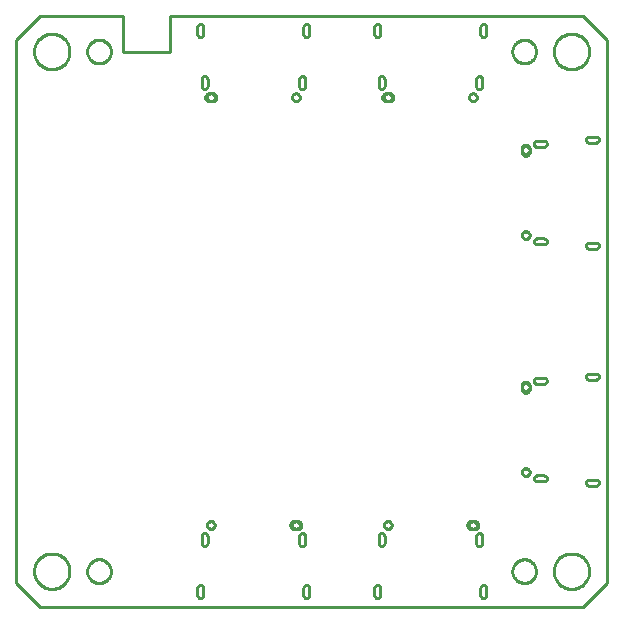
<source format=gbr>
G04 EAGLE Gerber RS-274X export*
G75*
%MOMM*%
%FSLAX34Y34*%
%LPD*%
%IN*%
%IPPOS*%
%AMOC8*
5,1,8,0,0,1.08239X$1,22.5*%
G01*
%ADD10C,0.254000*%


D10*
X0Y20000D02*
X20000Y0D01*
X480000Y0D01*
X500000Y20000D01*
X500000Y480000D01*
X480000Y500000D01*
X130000Y500000D01*
X130000Y470000D01*
X90000Y470000D01*
X90000Y500000D01*
X20000Y500000D01*
X0Y480000D01*
X0Y20000D01*
X243060Y484680D02*
X243070Y484462D01*
X243098Y484246D01*
X243145Y484033D01*
X243211Y483825D01*
X243294Y483623D01*
X243395Y483430D01*
X243512Y483246D01*
X243645Y483073D01*
X243792Y482912D01*
X243953Y482765D01*
X244126Y482632D01*
X244310Y482515D01*
X244503Y482414D01*
X244705Y482331D01*
X244913Y482265D01*
X245126Y482218D01*
X245342Y482190D01*
X245560Y482180D01*
X245778Y482190D01*
X245994Y482218D01*
X246207Y482265D01*
X246415Y482331D01*
X246617Y482414D01*
X246810Y482515D01*
X246994Y482632D01*
X247167Y482765D01*
X247328Y482912D01*
X247475Y483073D01*
X247608Y483246D01*
X247725Y483430D01*
X247826Y483623D01*
X247909Y483825D01*
X247975Y484033D01*
X248022Y484246D01*
X248051Y484462D01*
X248060Y484680D01*
X248060Y490680D01*
X248051Y490898D01*
X248022Y491114D01*
X247975Y491327D01*
X247909Y491535D01*
X247826Y491737D01*
X247725Y491930D01*
X247608Y492114D01*
X247475Y492287D01*
X247328Y492448D01*
X247167Y492595D01*
X246994Y492728D01*
X246810Y492845D01*
X246617Y492946D01*
X246415Y493029D01*
X246207Y493095D01*
X245994Y493142D01*
X245778Y493171D01*
X245560Y493180D01*
X245342Y493171D01*
X245126Y493142D01*
X244913Y493095D01*
X244705Y493029D01*
X244503Y492946D01*
X244310Y492845D01*
X244126Y492728D01*
X243953Y492595D01*
X243792Y492448D01*
X243645Y492287D01*
X243512Y492114D01*
X243395Y491930D01*
X243294Y491737D01*
X243211Y491535D01*
X243145Y491327D01*
X243098Y491114D01*
X243070Y490898D01*
X243060Y490680D01*
X243060Y484680D01*
X153260Y484680D02*
X153270Y484462D01*
X153298Y484246D01*
X153345Y484033D01*
X153411Y483825D01*
X153494Y483623D01*
X153595Y483430D01*
X153712Y483246D01*
X153845Y483073D01*
X153992Y482912D01*
X154153Y482765D01*
X154326Y482632D01*
X154510Y482515D01*
X154703Y482414D01*
X154905Y482331D01*
X155113Y482265D01*
X155326Y482218D01*
X155542Y482190D01*
X155760Y482180D01*
X155978Y482190D01*
X156194Y482218D01*
X156407Y482265D01*
X156615Y482331D01*
X156817Y482414D01*
X157010Y482515D01*
X157194Y482632D01*
X157367Y482765D01*
X157528Y482912D01*
X157675Y483073D01*
X157808Y483246D01*
X157925Y483430D01*
X158026Y483623D01*
X158109Y483825D01*
X158175Y484033D01*
X158222Y484246D01*
X158251Y484462D01*
X158260Y484680D01*
X158260Y490680D01*
X158251Y490898D01*
X158222Y491114D01*
X158175Y491327D01*
X158109Y491535D01*
X158026Y491737D01*
X157925Y491930D01*
X157808Y492114D01*
X157675Y492287D01*
X157528Y492448D01*
X157367Y492595D01*
X157194Y492728D01*
X157010Y492845D01*
X156817Y492946D01*
X156615Y493029D01*
X156407Y493095D01*
X156194Y493142D01*
X155978Y493171D01*
X155760Y493180D01*
X155542Y493171D01*
X155326Y493142D01*
X155113Y493095D01*
X154905Y493029D01*
X154703Y492946D01*
X154510Y492845D01*
X154326Y492728D01*
X154153Y492595D01*
X153992Y492448D01*
X153845Y492287D01*
X153712Y492114D01*
X153595Y491930D01*
X153494Y491737D01*
X153411Y491535D01*
X153345Y491327D01*
X153298Y491114D01*
X153270Y490898D01*
X153260Y490680D01*
X153260Y484680D01*
X239460Y440680D02*
X239470Y440462D01*
X239498Y440246D01*
X239545Y440033D01*
X239611Y439825D01*
X239694Y439623D01*
X239795Y439430D01*
X239912Y439246D01*
X240045Y439073D01*
X240192Y438912D01*
X240353Y438765D01*
X240526Y438632D01*
X240710Y438515D01*
X240903Y438414D01*
X241105Y438331D01*
X241313Y438265D01*
X241526Y438218D01*
X241742Y438190D01*
X241960Y438180D01*
X242178Y438190D01*
X242394Y438218D01*
X242607Y438265D01*
X242815Y438331D01*
X243017Y438414D01*
X243210Y438515D01*
X243394Y438632D01*
X243567Y438765D01*
X243728Y438912D01*
X243875Y439073D01*
X244008Y439246D01*
X244125Y439430D01*
X244226Y439623D01*
X244309Y439825D01*
X244375Y440033D01*
X244422Y440246D01*
X244451Y440462D01*
X244460Y440680D01*
X244460Y446680D01*
X244451Y446898D01*
X244422Y447114D01*
X244375Y447327D01*
X244309Y447535D01*
X244226Y447737D01*
X244125Y447930D01*
X244008Y448114D01*
X243875Y448287D01*
X243728Y448448D01*
X243567Y448595D01*
X243394Y448728D01*
X243210Y448845D01*
X243017Y448946D01*
X242815Y449029D01*
X242607Y449095D01*
X242394Y449142D01*
X242178Y449171D01*
X241960Y449180D01*
X241742Y449171D01*
X241526Y449142D01*
X241313Y449095D01*
X241105Y449029D01*
X240903Y448946D01*
X240710Y448845D01*
X240526Y448728D01*
X240353Y448595D01*
X240192Y448448D01*
X240045Y448287D01*
X239912Y448114D01*
X239795Y447930D01*
X239694Y447737D01*
X239611Y447535D01*
X239545Y447327D01*
X239498Y447114D01*
X239470Y446898D01*
X239460Y446680D01*
X239460Y440680D01*
X156860Y440680D02*
X156870Y440462D01*
X156898Y440246D01*
X156945Y440033D01*
X157011Y439825D01*
X157094Y439623D01*
X157195Y439430D01*
X157312Y439246D01*
X157445Y439073D01*
X157592Y438912D01*
X157753Y438765D01*
X157926Y438632D01*
X158110Y438515D01*
X158303Y438414D01*
X158505Y438331D01*
X158713Y438265D01*
X158926Y438218D01*
X159142Y438190D01*
X159360Y438180D01*
X159578Y438190D01*
X159794Y438218D01*
X160007Y438265D01*
X160215Y438331D01*
X160417Y438414D01*
X160610Y438515D01*
X160794Y438632D01*
X160967Y438765D01*
X161128Y438912D01*
X161275Y439073D01*
X161408Y439246D01*
X161525Y439430D01*
X161626Y439623D01*
X161709Y439825D01*
X161775Y440033D01*
X161822Y440246D01*
X161851Y440462D01*
X161860Y440680D01*
X161860Y446680D01*
X161851Y446898D01*
X161822Y447114D01*
X161775Y447327D01*
X161709Y447535D01*
X161626Y447737D01*
X161525Y447930D01*
X161408Y448114D01*
X161275Y448287D01*
X161128Y448448D01*
X160967Y448595D01*
X160794Y448728D01*
X160610Y448845D01*
X160417Y448946D01*
X160215Y449029D01*
X160007Y449095D01*
X159794Y449142D01*
X159578Y449171D01*
X159360Y449180D01*
X159142Y449171D01*
X158926Y449142D01*
X158713Y449095D01*
X158505Y449029D01*
X158303Y448946D01*
X158110Y448845D01*
X157926Y448728D01*
X157753Y448595D01*
X157592Y448448D01*
X157445Y448287D01*
X157312Y448114D01*
X157195Y447930D01*
X157094Y447737D01*
X157011Y447535D01*
X156945Y447327D01*
X156898Y447114D01*
X156870Y446898D01*
X156860Y446680D01*
X156860Y440680D01*
X159910Y431280D02*
X159922Y430997D01*
X159959Y430716D01*
X160021Y430439D01*
X160106Y430168D01*
X160215Y429907D01*
X160345Y429655D01*
X160498Y429416D01*
X160670Y429191D01*
X160862Y428982D01*
X161071Y428790D01*
X161296Y428618D01*
X161535Y428465D01*
X161787Y428335D01*
X162048Y428226D01*
X162319Y428141D01*
X162596Y428079D01*
X162877Y428042D01*
X163160Y428030D01*
X166160Y428030D01*
X166443Y428042D01*
X166724Y428079D01*
X167001Y428141D01*
X167272Y428226D01*
X167534Y428335D01*
X167785Y428465D01*
X168024Y428618D01*
X168249Y428790D01*
X168458Y428982D01*
X168650Y429191D01*
X168822Y429416D01*
X168975Y429655D01*
X169106Y429907D01*
X169214Y430168D01*
X169299Y430439D01*
X169361Y430716D01*
X169398Y430997D01*
X169410Y431280D01*
X169398Y431563D01*
X169361Y431844D01*
X169299Y432121D01*
X169214Y432392D01*
X169106Y432654D01*
X168975Y432905D01*
X168822Y433144D01*
X168650Y433369D01*
X168458Y433578D01*
X168249Y433770D01*
X168024Y433942D01*
X167785Y434095D01*
X167534Y434226D01*
X167272Y434334D01*
X167001Y434419D01*
X166724Y434481D01*
X166443Y434518D01*
X166160Y434530D01*
X163160Y434530D01*
X162877Y434518D01*
X162596Y434481D01*
X162319Y434419D01*
X162048Y434334D01*
X161787Y434226D01*
X161535Y434095D01*
X161296Y433942D01*
X161071Y433770D01*
X160862Y433578D01*
X160670Y433369D01*
X160498Y433144D01*
X160345Y432905D01*
X160215Y432654D01*
X160106Y432392D01*
X160021Y432121D01*
X159959Y431844D01*
X159922Y431563D01*
X159910Y431280D01*
X303120Y484680D02*
X303130Y484462D01*
X303158Y484246D01*
X303205Y484033D01*
X303271Y483825D01*
X303354Y483623D01*
X303455Y483430D01*
X303572Y483246D01*
X303705Y483073D01*
X303852Y482912D01*
X304013Y482765D01*
X304186Y482632D01*
X304370Y482515D01*
X304563Y482414D01*
X304765Y482331D01*
X304973Y482265D01*
X305186Y482218D01*
X305402Y482190D01*
X305620Y482180D01*
X305838Y482190D01*
X306054Y482218D01*
X306267Y482265D01*
X306475Y482331D01*
X306677Y482414D01*
X306870Y482515D01*
X307054Y482632D01*
X307227Y482765D01*
X307388Y482912D01*
X307535Y483073D01*
X307668Y483246D01*
X307785Y483430D01*
X307886Y483623D01*
X307969Y483825D01*
X308035Y484033D01*
X308082Y484246D01*
X308111Y484462D01*
X308120Y484680D01*
X308120Y490680D01*
X308111Y490898D01*
X308082Y491114D01*
X308035Y491327D01*
X307969Y491535D01*
X307886Y491737D01*
X307785Y491930D01*
X307668Y492114D01*
X307535Y492287D01*
X307388Y492448D01*
X307227Y492595D01*
X307054Y492728D01*
X306870Y492845D01*
X306677Y492946D01*
X306475Y493029D01*
X306267Y493095D01*
X306054Y493142D01*
X305838Y493171D01*
X305620Y493180D01*
X305402Y493171D01*
X305186Y493142D01*
X304973Y493095D01*
X304765Y493029D01*
X304563Y492946D01*
X304370Y492845D01*
X304186Y492728D01*
X304013Y492595D01*
X303852Y492448D01*
X303705Y492287D01*
X303572Y492114D01*
X303455Y491930D01*
X303354Y491737D01*
X303271Y491535D01*
X303205Y491327D01*
X303158Y491114D01*
X303130Y490898D01*
X303120Y490680D01*
X303120Y484680D01*
X306720Y440680D02*
X306730Y440462D01*
X306758Y440246D01*
X306805Y440033D01*
X306871Y439825D01*
X306954Y439623D01*
X307055Y439430D01*
X307172Y439246D01*
X307305Y439073D01*
X307452Y438912D01*
X307613Y438765D01*
X307786Y438632D01*
X307970Y438515D01*
X308163Y438414D01*
X308365Y438331D01*
X308573Y438265D01*
X308786Y438218D01*
X309002Y438190D01*
X309220Y438180D01*
X309438Y438190D01*
X309654Y438218D01*
X309867Y438265D01*
X310075Y438331D01*
X310277Y438414D01*
X310470Y438515D01*
X310654Y438632D01*
X310827Y438765D01*
X310988Y438912D01*
X311135Y439073D01*
X311268Y439246D01*
X311385Y439430D01*
X311486Y439623D01*
X311569Y439825D01*
X311635Y440033D01*
X311682Y440246D01*
X311711Y440462D01*
X311720Y440680D01*
X311720Y446680D01*
X311711Y446898D01*
X311682Y447114D01*
X311635Y447327D01*
X311569Y447535D01*
X311486Y447737D01*
X311385Y447930D01*
X311268Y448114D01*
X311135Y448287D01*
X310988Y448448D01*
X310827Y448595D01*
X310654Y448728D01*
X310470Y448845D01*
X310277Y448946D01*
X310075Y449029D01*
X309867Y449095D01*
X309654Y449142D01*
X309438Y449171D01*
X309220Y449180D01*
X309002Y449171D01*
X308786Y449142D01*
X308573Y449095D01*
X308365Y449029D01*
X308163Y448946D01*
X307970Y448845D01*
X307786Y448728D01*
X307613Y448595D01*
X307452Y448448D01*
X307305Y448287D01*
X307172Y448114D01*
X307055Y447930D01*
X306954Y447737D01*
X306871Y447535D01*
X306805Y447327D01*
X306758Y447114D01*
X306730Y446898D01*
X306720Y446680D01*
X306720Y440680D01*
X482180Y305620D02*
X482190Y305402D01*
X482218Y305186D01*
X482265Y304973D01*
X482331Y304765D01*
X482414Y304563D01*
X482515Y304370D01*
X482632Y304186D01*
X482765Y304013D01*
X482912Y303852D01*
X483073Y303705D01*
X483246Y303572D01*
X483430Y303455D01*
X483623Y303354D01*
X483825Y303271D01*
X484033Y303205D01*
X484246Y303158D01*
X484462Y303130D01*
X484680Y303120D01*
X490680Y303120D01*
X490898Y303130D01*
X491114Y303158D01*
X491327Y303205D01*
X491535Y303271D01*
X491737Y303354D01*
X491930Y303455D01*
X492114Y303572D01*
X492287Y303705D01*
X492448Y303852D01*
X492595Y304013D01*
X492728Y304186D01*
X492845Y304370D01*
X492946Y304563D01*
X493029Y304765D01*
X493095Y304973D01*
X493142Y305186D01*
X493171Y305402D01*
X493180Y305620D01*
X493171Y305838D01*
X493142Y306054D01*
X493095Y306267D01*
X493029Y306475D01*
X492946Y306677D01*
X492845Y306870D01*
X492728Y307054D01*
X492595Y307227D01*
X492448Y307388D01*
X492287Y307535D01*
X492114Y307668D01*
X491930Y307785D01*
X491737Y307886D01*
X491535Y307969D01*
X491327Y308035D01*
X491114Y308082D01*
X490898Y308111D01*
X490680Y308120D01*
X484680Y308120D01*
X484462Y308111D01*
X484246Y308082D01*
X484033Y308035D01*
X483825Y307969D01*
X483623Y307886D01*
X483430Y307785D01*
X483246Y307668D01*
X483073Y307535D01*
X482912Y307388D01*
X482765Y307227D01*
X482632Y307054D01*
X482515Y306870D01*
X482414Y306677D01*
X482331Y306475D01*
X482265Y306267D01*
X482218Y306054D01*
X482190Y305838D01*
X482180Y305620D01*
X482180Y395420D02*
X482190Y395202D01*
X482218Y394986D01*
X482265Y394773D01*
X482331Y394565D01*
X482414Y394363D01*
X482515Y394170D01*
X482632Y393986D01*
X482765Y393813D01*
X482912Y393652D01*
X483073Y393505D01*
X483246Y393372D01*
X483430Y393255D01*
X483623Y393154D01*
X483825Y393071D01*
X484033Y393005D01*
X484246Y392958D01*
X484462Y392930D01*
X484680Y392920D01*
X490680Y392920D01*
X490898Y392930D01*
X491114Y392958D01*
X491327Y393005D01*
X491535Y393071D01*
X491737Y393154D01*
X491930Y393255D01*
X492114Y393372D01*
X492287Y393505D01*
X492448Y393652D01*
X492595Y393813D01*
X492728Y393986D01*
X492845Y394170D01*
X492946Y394363D01*
X493029Y394565D01*
X493095Y394773D01*
X493142Y394986D01*
X493171Y395202D01*
X493180Y395420D01*
X493171Y395638D01*
X493142Y395854D01*
X493095Y396067D01*
X493029Y396275D01*
X492946Y396477D01*
X492845Y396670D01*
X492728Y396854D01*
X492595Y397027D01*
X492448Y397188D01*
X492287Y397335D01*
X492114Y397468D01*
X491930Y397585D01*
X491737Y397686D01*
X491535Y397769D01*
X491327Y397835D01*
X491114Y397882D01*
X490898Y397911D01*
X490680Y397920D01*
X484680Y397920D01*
X484462Y397911D01*
X484246Y397882D01*
X484033Y397835D01*
X483825Y397769D01*
X483623Y397686D01*
X483430Y397585D01*
X483246Y397468D01*
X483073Y397335D01*
X482912Y397188D01*
X482765Y397027D01*
X482632Y396854D01*
X482515Y396670D01*
X482414Y396477D01*
X482331Y396275D01*
X482265Y396067D01*
X482218Y395854D01*
X482190Y395638D01*
X482180Y395420D01*
X438180Y309220D02*
X438190Y309002D01*
X438218Y308786D01*
X438265Y308573D01*
X438331Y308365D01*
X438414Y308163D01*
X438515Y307970D01*
X438632Y307786D01*
X438765Y307613D01*
X438912Y307452D01*
X439073Y307305D01*
X439246Y307172D01*
X439430Y307055D01*
X439623Y306954D01*
X439825Y306871D01*
X440033Y306805D01*
X440246Y306758D01*
X440462Y306730D01*
X440680Y306720D01*
X446680Y306720D01*
X446898Y306730D01*
X447114Y306758D01*
X447327Y306805D01*
X447535Y306871D01*
X447737Y306954D01*
X447930Y307055D01*
X448114Y307172D01*
X448287Y307305D01*
X448448Y307452D01*
X448595Y307613D01*
X448728Y307786D01*
X448845Y307970D01*
X448946Y308163D01*
X449029Y308365D01*
X449095Y308573D01*
X449142Y308786D01*
X449171Y309002D01*
X449180Y309220D01*
X449171Y309438D01*
X449142Y309654D01*
X449095Y309867D01*
X449029Y310075D01*
X448946Y310277D01*
X448845Y310470D01*
X448728Y310654D01*
X448595Y310827D01*
X448448Y310988D01*
X448287Y311135D01*
X448114Y311268D01*
X447930Y311385D01*
X447737Y311486D01*
X447535Y311569D01*
X447327Y311635D01*
X447114Y311682D01*
X446898Y311711D01*
X446680Y311720D01*
X440680Y311720D01*
X440462Y311711D01*
X440246Y311682D01*
X440033Y311635D01*
X439825Y311569D01*
X439623Y311486D01*
X439430Y311385D01*
X439246Y311268D01*
X439073Y311135D01*
X438912Y310988D01*
X438765Y310827D01*
X438632Y310654D01*
X438515Y310470D01*
X438414Y310277D01*
X438331Y310075D01*
X438265Y309867D01*
X438218Y309654D01*
X438190Y309438D01*
X438180Y309220D01*
X438180Y391820D02*
X438190Y391602D01*
X438218Y391386D01*
X438265Y391173D01*
X438331Y390965D01*
X438414Y390763D01*
X438515Y390570D01*
X438632Y390386D01*
X438765Y390213D01*
X438912Y390052D01*
X439073Y389905D01*
X439246Y389772D01*
X439430Y389655D01*
X439623Y389554D01*
X439825Y389471D01*
X440033Y389405D01*
X440246Y389358D01*
X440462Y389330D01*
X440680Y389320D01*
X446680Y389320D01*
X446898Y389330D01*
X447114Y389358D01*
X447327Y389405D01*
X447535Y389471D01*
X447737Y389554D01*
X447930Y389655D01*
X448114Y389772D01*
X448287Y389905D01*
X448448Y390052D01*
X448595Y390213D01*
X448728Y390386D01*
X448845Y390570D01*
X448946Y390763D01*
X449029Y390965D01*
X449095Y391173D01*
X449142Y391386D01*
X449171Y391602D01*
X449180Y391820D01*
X449171Y392038D01*
X449142Y392254D01*
X449095Y392467D01*
X449029Y392675D01*
X448946Y392877D01*
X448845Y393070D01*
X448728Y393254D01*
X448595Y393427D01*
X448448Y393588D01*
X448287Y393735D01*
X448114Y393868D01*
X447930Y393985D01*
X447737Y394086D01*
X447535Y394169D01*
X447327Y394235D01*
X447114Y394282D01*
X446898Y394311D01*
X446680Y394320D01*
X440680Y394320D01*
X440462Y394311D01*
X440246Y394282D01*
X440033Y394235D01*
X439825Y394169D01*
X439623Y394086D01*
X439430Y393985D01*
X439246Y393868D01*
X439073Y393735D01*
X438912Y393588D01*
X438765Y393427D01*
X438632Y393254D01*
X438515Y393070D01*
X438414Y392877D01*
X438331Y392675D01*
X438265Y392467D01*
X438218Y392254D01*
X438190Y392038D01*
X438180Y391820D01*
X428030Y385020D02*
X428042Y384737D01*
X428079Y384456D01*
X428141Y384179D01*
X428226Y383908D01*
X428335Y383647D01*
X428465Y383395D01*
X428618Y383156D01*
X428790Y382931D01*
X428982Y382722D01*
X429191Y382530D01*
X429416Y382358D01*
X429655Y382205D01*
X429907Y382075D01*
X430168Y381966D01*
X430439Y381881D01*
X430716Y381819D01*
X430997Y381782D01*
X431280Y381770D01*
X431563Y381782D01*
X431844Y381819D01*
X432121Y381881D01*
X432392Y381966D01*
X432654Y382075D01*
X432905Y382205D01*
X433144Y382358D01*
X433369Y382530D01*
X433578Y382722D01*
X433770Y382931D01*
X433942Y383156D01*
X434095Y383395D01*
X434226Y383647D01*
X434334Y383908D01*
X434419Y384179D01*
X434481Y384456D01*
X434518Y384737D01*
X434530Y385020D01*
X434530Y388020D01*
X434518Y388303D01*
X434481Y388584D01*
X434419Y388861D01*
X434334Y389132D01*
X434226Y389394D01*
X434095Y389645D01*
X433942Y389884D01*
X433770Y390109D01*
X433578Y390318D01*
X433369Y390510D01*
X433144Y390682D01*
X432905Y390835D01*
X432654Y390966D01*
X432392Y391074D01*
X432121Y391159D01*
X431844Y391221D01*
X431563Y391258D01*
X431280Y391270D01*
X430997Y391258D01*
X430716Y391221D01*
X430439Y391159D01*
X430168Y391074D01*
X429907Y390966D01*
X429655Y390835D01*
X429416Y390682D01*
X429191Y390510D01*
X428982Y390318D01*
X428790Y390109D01*
X428618Y389884D01*
X428465Y389645D01*
X428335Y389394D01*
X428226Y389132D01*
X428141Y388861D01*
X428079Y388584D01*
X428042Y388303D01*
X428030Y388020D01*
X428030Y385020D01*
X482180Y104960D02*
X482190Y104742D01*
X482218Y104526D01*
X482265Y104313D01*
X482331Y104105D01*
X482414Y103903D01*
X482515Y103710D01*
X482632Y103526D01*
X482765Y103353D01*
X482912Y103192D01*
X483073Y103045D01*
X483246Y102912D01*
X483430Y102795D01*
X483623Y102694D01*
X483825Y102611D01*
X484033Y102545D01*
X484246Y102498D01*
X484462Y102470D01*
X484680Y102460D01*
X490680Y102460D01*
X490898Y102470D01*
X491114Y102498D01*
X491327Y102545D01*
X491535Y102611D01*
X491737Y102694D01*
X491930Y102795D01*
X492114Y102912D01*
X492287Y103045D01*
X492448Y103192D01*
X492595Y103353D01*
X492728Y103526D01*
X492845Y103710D01*
X492946Y103903D01*
X493029Y104105D01*
X493095Y104313D01*
X493142Y104526D01*
X493171Y104742D01*
X493180Y104960D01*
X493171Y105178D01*
X493142Y105394D01*
X493095Y105607D01*
X493029Y105815D01*
X492946Y106017D01*
X492845Y106210D01*
X492728Y106394D01*
X492595Y106567D01*
X492448Y106728D01*
X492287Y106875D01*
X492114Y107008D01*
X491930Y107125D01*
X491737Y107226D01*
X491535Y107309D01*
X491327Y107375D01*
X491114Y107422D01*
X490898Y107451D01*
X490680Y107460D01*
X484680Y107460D01*
X484462Y107451D01*
X484246Y107422D01*
X484033Y107375D01*
X483825Y107309D01*
X483623Y107226D01*
X483430Y107125D01*
X483246Y107008D01*
X483073Y106875D01*
X482912Y106728D01*
X482765Y106567D01*
X482632Y106394D01*
X482515Y106210D01*
X482414Y106017D01*
X482331Y105815D01*
X482265Y105607D01*
X482218Y105394D01*
X482190Y105178D01*
X482180Y104960D01*
X482180Y194760D02*
X482190Y194542D01*
X482218Y194326D01*
X482265Y194113D01*
X482331Y193905D01*
X482414Y193703D01*
X482515Y193510D01*
X482632Y193326D01*
X482765Y193153D01*
X482912Y192992D01*
X483073Y192845D01*
X483246Y192712D01*
X483430Y192595D01*
X483623Y192494D01*
X483825Y192411D01*
X484033Y192345D01*
X484246Y192298D01*
X484462Y192270D01*
X484680Y192260D01*
X490680Y192260D01*
X490898Y192270D01*
X491114Y192298D01*
X491327Y192345D01*
X491535Y192411D01*
X491737Y192494D01*
X491930Y192595D01*
X492114Y192712D01*
X492287Y192845D01*
X492448Y192992D01*
X492595Y193153D01*
X492728Y193326D01*
X492845Y193510D01*
X492946Y193703D01*
X493029Y193905D01*
X493095Y194113D01*
X493142Y194326D01*
X493171Y194542D01*
X493180Y194760D01*
X493171Y194978D01*
X493142Y195194D01*
X493095Y195407D01*
X493029Y195615D01*
X492946Y195817D01*
X492845Y196010D01*
X492728Y196194D01*
X492595Y196367D01*
X492448Y196528D01*
X492287Y196675D01*
X492114Y196808D01*
X491930Y196925D01*
X491737Y197026D01*
X491535Y197109D01*
X491327Y197175D01*
X491114Y197222D01*
X490898Y197251D01*
X490680Y197260D01*
X484680Y197260D01*
X484462Y197251D01*
X484246Y197222D01*
X484033Y197175D01*
X483825Y197109D01*
X483623Y197026D01*
X483430Y196925D01*
X483246Y196808D01*
X483073Y196675D01*
X482912Y196528D01*
X482765Y196367D01*
X482632Y196194D01*
X482515Y196010D01*
X482414Y195817D01*
X482331Y195615D01*
X482265Y195407D01*
X482218Y195194D01*
X482190Y194978D01*
X482180Y194760D01*
X438180Y108560D02*
X438190Y108342D01*
X438218Y108126D01*
X438265Y107913D01*
X438331Y107705D01*
X438414Y107503D01*
X438515Y107310D01*
X438632Y107126D01*
X438765Y106953D01*
X438912Y106792D01*
X439073Y106645D01*
X439246Y106512D01*
X439430Y106395D01*
X439623Y106294D01*
X439825Y106211D01*
X440033Y106145D01*
X440246Y106098D01*
X440462Y106070D01*
X440680Y106060D01*
X446680Y106060D01*
X446898Y106070D01*
X447114Y106098D01*
X447327Y106145D01*
X447535Y106211D01*
X447737Y106294D01*
X447930Y106395D01*
X448114Y106512D01*
X448287Y106645D01*
X448448Y106792D01*
X448595Y106953D01*
X448728Y107126D01*
X448845Y107310D01*
X448946Y107503D01*
X449029Y107705D01*
X449095Y107913D01*
X449142Y108126D01*
X449171Y108342D01*
X449180Y108560D01*
X449171Y108778D01*
X449142Y108994D01*
X449095Y109207D01*
X449029Y109415D01*
X448946Y109617D01*
X448845Y109810D01*
X448728Y109994D01*
X448595Y110167D01*
X448448Y110328D01*
X448287Y110475D01*
X448114Y110608D01*
X447930Y110725D01*
X447737Y110826D01*
X447535Y110909D01*
X447327Y110975D01*
X447114Y111022D01*
X446898Y111051D01*
X446680Y111060D01*
X440680Y111060D01*
X440462Y111051D01*
X440246Y111022D01*
X440033Y110975D01*
X439825Y110909D01*
X439623Y110826D01*
X439430Y110725D01*
X439246Y110608D01*
X439073Y110475D01*
X438912Y110328D01*
X438765Y110167D01*
X438632Y109994D01*
X438515Y109810D01*
X438414Y109617D01*
X438331Y109415D01*
X438265Y109207D01*
X438218Y108994D01*
X438190Y108778D01*
X438180Y108560D01*
X438180Y191160D02*
X438190Y190942D01*
X438218Y190726D01*
X438265Y190513D01*
X438331Y190305D01*
X438414Y190103D01*
X438515Y189910D01*
X438632Y189726D01*
X438765Y189553D01*
X438912Y189392D01*
X439073Y189245D01*
X439246Y189112D01*
X439430Y188995D01*
X439623Y188894D01*
X439825Y188811D01*
X440033Y188745D01*
X440246Y188698D01*
X440462Y188670D01*
X440680Y188660D01*
X446680Y188660D01*
X446898Y188670D01*
X447114Y188698D01*
X447327Y188745D01*
X447535Y188811D01*
X447737Y188894D01*
X447930Y188995D01*
X448114Y189112D01*
X448287Y189245D01*
X448448Y189392D01*
X448595Y189553D01*
X448728Y189726D01*
X448845Y189910D01*
X448946Y190103D01*
X449029Y190305D01*
X449095Y190513D01*
X449142Y190726D01*
X449171Y190942D01*
X449180Y191160D01*
X449171Y191378D01*
X449142Y191594D01*
X449095Y191807D01*
X449029Y192015D01*
X448946Y192217D01*
X448845Y192410D01*
X448728Y192594D01*
X448595Y192767D01*
X448448Y192928D01*
X448287Y193075D01*
X448114Y193208D01*
X447930Y193325D01*
X447737Y193426D01*
X447535Y193509D01*
X447327Y193575D01*
X447114Y193622D01*
X446898Y193651D01*
X446680Y193660D01*
X440680Y193660D01*
X440462Y193651D01*
X440246Y193622D01*
X440033Y193575D01*
X439825Y193509D01*
X439623Y193426D01*
X439430Y193325D01*
X439246Y193208D01*
X439073Y193075D01*
X438912Y192928D01*
X438765Y192767D01*
X438632Y192594D01*
X438515Y192410D01*
X438414Y192217D01*
X438331Y192015D01*
X438265Y191807D01*
X438218Y191594D01*
X438190Y191378D01*
X438180Y191160D01*
X239460Y53700D02*
X239470Y53482D01*
X239498Y53266D01*
X239545Y53053D01*
X239611Y52845D01*
X239694Y52643D01*
X239795Y52450D01*
X239912Y52266D01*
X240045Y52093D01*
X240192Y51932D01*
X240353Y51785D01*
X240526Y51652D01*
X240710Y51535D01*
X240903Y51434D01*
X241105Y51351D01*
X241313Y51285D01*
X241526Y51238D01*
X241742Y51210D01*
X241960Y51200D01*
X242178Y51210D01*
X242394Y51238D01*
X242607Y51285D01*
X242815Y51351D01*
X243017Y51434D01*
X243210Y51535D01*
X243394Y51652D01*
X243567Y51785D01*
X243728Y51932D01*
X243875Y52093D01*
X244008Y52266D01*
X244125Y52450D01*
X244226Y52643D01*
X244309Y52845D01*
X244375Y53053D01*
X244422Y53266D01*
X244451Y53482D01*
X244460Y53700D01*
X244460Y59700D01*
X244451Y59918D01*
X244422Y60134D01*
X244375Y60347D01*
X244309Y60555D01*
X244226Y60757D01*
X244125Y60950D01*
X244008Y61134D01*
X243875Y61307D01*
X243728Y61468D01*
X243567Y61615D01*
X243394Y61748D01*
X243210Y61865D01*
X243017Y61966D01*
X242815Y62049D01*
X242607Y62115D01*
X242394Y62162D01*
X242178Y62191D01*
X241960Y62200D01*
X241742Y62191D01*
X241526Y62162D01*
X241313Y62115D01*
X241105Y62049D01*
X240903Y61966D01*
X240710Y61865D01*
X240526Y61748D01*
X240353Y61615D01*
X240192Y61468D01*
X240045Y61307D01*
X239912Y61134D01*
X239795Y60950D01*
X239694Y60757D01*
X239611Y60555D01*
X239545Y60347D01*
X239498Y60134D01*
X239470Y59918D01*
X239460Y59700D01*
X239460Y53700D01*
X231910Y69100D02*
X231922Y68817D01*
X231959Y68536D01*
X232021Y68259D01*
X232106Y67988D01*
X232215Y67727D01*
X232345Y67475D01*
X232498Y67236D01*
X232670Y67011D01*
X232862Y66802D01*
X233071Y66610D01*
X233296Y66438D01*
X233535Y66285D01*
X233787Y66155D01*
X234048Y66046D01*
X234319Y65961D01*
X234596Y65899D01*
X234877Y65862D01*
X235160Y65850D01*
X238160Y65850D01*
X238443Y65862D01*
X238724Y65899D01*
X239001Y65961D01*
X239272Y66046D01*
X239534Y66155D01*
X239785Y66285D01*
X240024Y66438D01*
X240249Y66610D01*
X240458Y66802D01*
X240650Y67011D01*
X240822Y67236D01*
X240975Y67475D01*
X241106Y67727D01*
X241214Y67988D01*
X241299Y68259D01*
X241361Y68536D01*
X241398Y68817D01*
X241410Y69100D01*
X241398Y69383D01*
X241361Y69664D01*
X241299Y69941D01*
X241214Y70212D01*
X241106Y70474D01*
X240975Y70725D01*
X240822Y70964D01*
X240650Y71189D01*
X240458Y71398D01*
X240249Y71590D01*
X240024Y71762D01*
X239785Y71915D01*
X239534Y72046D01*
X239272Y72154D01*
X239001Y72239D01*
X238724Y72301D01*
X238443Y72338D01*
X238160Y72350D01*
X235160Y72350D01*
X234877Y72338D01*
X234596Y72301D01*
X234319Y72239D01*
X234048Y72154D01*
X233787Y72046D01*
X233535Y71915D01*
X233296Y71762D01*
X233071Y71590D01*
X232862Y71398D01*
X232670Y71189D01*
X232498Y70964D01*
X232345Y70725D01*
X232215Y70474D01*
X232106Y70212D01*
X232021Y69941D01*
X231959Y69664D01*
X231922Y69383D01*
X231910Y69100D01*
X156860Y53700D02*
X156870Y53482D01*
X156898Y53266D01*
X156945Y53053D01*
X157011Y52845D01*
X157094Y52643D01*
X157195Y52450D01*
X157312Y52266D01*
X157445Y52093D01*
X157592Y51932D01*
X157753Y51785D01*
X157926Y51652D01*
X158110Y51535D01*
X158303Y51434D01*
X158505Y51351D01*
X158713Y51285D01*
X158926Y51238D01*
X159142Y51210D01*
X159360Y51200D01*
X159578Y51210D01*
X159794Y51238D01*
X160007Y51285D01*
X160215Y51351D01*
X160417Y51434D01*
X160610Y51535D01*
X160794Y51652D01*
X160967Y51785D01*
X161128Y51932D01*
X161275Y52093D01*
X161408Y52266D01*
X161525Y52450D01*
X161626Y52643D01*
X161709Y52845D01*
X161775Y53053D01*
X161822Y53266D01*
X161851Y53482D01*
X161860Y53700D01*
X161860Y59700D01*
X161851Y59918D01*
X161822Y60134D01*
X161775Y60347D01*
X161709Y60555D01*
X161626Y60757D01*
X161525Y60950D01*
X161408Y61134D01*
X161275Y61307D01*
X161128Y61468D01*
X160967Y61615D01*
X160794Y61748D01*
X160610Y61865D01*
X160417Y61966D01*
X160215Y62049D01*
X160007Y62115D01*
X159794Y62162D01*
X159578Y62191D01*
X159360Y62200D01*
X159142Y62191D01*
X158926Y62162D01*
X158713Y62115D01*
X158505Y62049D01*
X158303Y61966D01*
X158110Y61865D01*
X157926Y61748D01*
X157753Y61615D01*
X157592Y61468D01*
X157445Y61307D01*
X157312Y61134D01*
X157195Y60950D01*
X157094Y60757D01*
X157011Y60555D01*
X156945Y60347D01*
X156898Y60134D01*
X156870Y59918D01*
X156860Y59700D01*
X156860Y53700D01*
X243060Y9700D02*
X243070Y9482D01*
X243098Y9266D01*
X243145Y9053D01*
X243211Y8845D01*
X243294Y8643D01*
X243395Y8450D01*
X243512Y8266D01*
X243645Y8093D01*
X243792Y7932D01*
X243953Y7785D01*
X244126Y7652D01*
X244310Y7535D01*
X244503Y7434D01*
X244705Y7351D01*
X244913Y7285D01*
X245126Y7238D01*
X245342Y7210D01*
X245560Y7200D01*
X245778Y7210D01*
X245994Y7238D01*
X246207Y7285D01*
X246415Y7351D01*
X246617Y7434D01*
X246810Y7535D01*
X246994Y7652D01*
X247167Y7785D01*
X247328Y7932D01*
X247475Y8093D01*
X247608Y8266D01*
X247725Y8450D01*
X247826Y8643D01*
X247909Y8845D01*
X247975Y9053D01*
X248022Y9266D01*
X248051Y9482D01*
X248060Y9700D01*
X248060Y15700D01*
X248051Y15918D01*
X248022Y16134D01*
X247975Y16347D01*
X247909Y16555D01*
X247826Y16757D01*
X247725Y16950D01*
X247608Y17134D01*
X247475Y17307D01*
X247328Y17468D01*
X247167Y17615D01*
X246994Y17748D01*
X246810Y17865D01*
X246617Y17966D01*
X246415Y18049D01*
X246207Y18115D01*
X245994Y18162D01*
X245778Y18191D01*
X245560Y18200D01*
X245342Y18191D01*
X245126Y18162D01*
X244913Y18115D01*
X244705Y18049D01*
X244503Y17966D01*
X244310Y17865D01*
X244126Y17748D01*
X243953Y17615D01*
X243792Y17468D01*
X243645Y17307D01*
X243512Y17134D01*
X243395Y16950D01*
X243294Y16757D01*
X243211Y16555D01*
X243145Y16347D01*
X243098Y16134D01*
X243070Y15918D01*
X243060Y15700D01*
X243060Y9700D01*
X153260Y9700D02*
X153270Y9482D01*
X153298Y9266D01*
X153345Y9053D01*
X153411Y8845D01*
X153494Y8643D01*
X153595Y8450D01*
X153712Y8266D01*
X153845Y8093D01*
X153992Y7932D01*
X154153Y7785D01*
X154326Y7652D01*
X154510Y7535D01*
X154703Y7434D01*
X154905Y7351D01*
X155113Y7285D01*
X155326Y7238D01*
X155542Y7210D01*
X155760Y7200D01*
X155978Y7210D01*
X156194Y7238D01*
X156407Y7285D01*
X156615Y7351D01*
X156817Y7434D01*
X157010Y7535D01*
X157194Y7652D01*
X157367Y7785D01*
X157528Y7932D01*
X157675Y8093D01*
X157808Y8266D01*
X157925Y8450D01*
X158026Y8643D01*
X158109Y8845D01*
X158175Y9053D01*
X158222Y9266D01*
X158251Y9482D01*
X158260Y9700D01*
X158260Y15700D01*
X158251Y15918D01*
X158222Y16134D01*
X158175Y16347D01*
X158109Y16555D01*
X158026Y16757D01*
X157925Y16950D01*
X157808Y17134D01*
X157675Y17307D01*
X157528Y17468D01*
X157367Y17615D01*
X157194Y17748D01*
X157010Y17865D01*
X156817Y17966D01*
X156615Y18049D01*
X156407Y18115D01*
X156194Y18162D01*
X155978Y18191D01*
X155760Y18200D01*
X155542Y18191D01*
X155326Y18162D01*
X155113Y18115D01*
X154905Y18049D01*
X154703Y17966D01*
X154510Y17865D01*
X154326Y17748D01*
X154153Y17615D01*
X153992Y17468D01*
X153845Y17307D01*
X153712Y17134D01*
X153595Y16950D01*
X153494Y16757D01*
X153411Y16555D01*
X153345Y16347D01*
X153298Y16134D01*
X153270Y15918D01*
X153260Y15700D01*
X153260Y9700D01*
X389320Y53700D02*
X389330Y53482D01*
X389358Y53266D01*
X389405Y53053D01*
X389471Y52845D01*
X389554Y52643D01*
X389655Y52450D01*
X389772Y52266D01*
X389905Y52093D01*
X390052Y51932D01*
X390213Y51785D01*
X390386Y51652D01*
X390570Y51535D01*
X390763Y51434D01*
X390965Y51351D01*
X391173Y51285D01*
X391386Y51238D01*
X391602Y51210D01*
X391820Y51200D01*
X392038Y51210D01*
X392254Y51238D01*
X392467Y51285D01*
X392675Y51351D01*
X392877Y51434D01*
X393070Y51535D01*
X393254Y51652D01*
X393427Y51785D01*
X393588Y51932D01*
X393735Y52093D01*
X393868Y52266D01*
X393985Y52450D01*
X394086Y52643D01*
X394169Y52845D01*
X394235Y53053D01*
X394282Y53266D01*
X394311Y53482D01*
X394320Y53700D01*
X394320Y59700D01*
X394311Y59918D01*
X394282Y60134D01*
X394235Y60347D01*
X394169Y60555D01*
X394086Y60757D01*
X393985Y60950D01*
X393868Y61134D01*
X393735Y61307D01*
X393588Y61468D01*
X393427Y61615D01*
X393254Y61748D01*
X393070Y61865D01*
X392877Y61966D01*
X392675Y62049D01*
X392467Y62115D01*
X392254Y62162D01*
X392038Y62191D01*
X391820Y62200D01*
X391602Y62191D01*
X391386Y62162D01*
X391173Y62115D01*
X390965Y62049D01*
X390763Y61966D01*
X390570Y61865D01*
X390386Y61748D01*
X390213Y61615D01*
X390052Y61468D01*
X389905Y61307D01*
X389772Y61134D01*
X389655Y60950D01*
X389554Y60757D01*
X389471Y60555D01*
X389405Y60347D01*
X389358Y60134D01*
X389330Y59918D01*
X389320Y59700D01*
X389320Y53700D01*
X392920Y9700D02*
X392930Y9482D01*
X392958Y9266D01*
X393005Y9053D01*
X393071Y8845D01*
X393154Y8643D01*
X393255Y8450D01*
X393372Y8266D01*
X393505Y8093D01*
X393652Y7932D01*
X393813Y7785D01*
X393986Y7652D01*
X394170Y7535D01*
X394363Y7434D01*
X394565Y7351D01*
X394773Y7285D01*
X394986Y7238D01*
X395202Y7210D01*
X395420Y7200D01*
X395638Y7210D01*
X395854Y7238D01*
X396067Y7285D01*
X396275Y7351D01*
X396477Y7434D01*
X396670Y7535D01*
X396854Y7652D01*
X397027Y7785D01*
X397188Y7932D01*
X397335Y8093D01*
X397468Y8266D01*
X397585Y8450D01*
X397686Y8643D01*
X397769Y8845D01*
X397835Y9053D01*
X397882Y9266D01*
X397911Y9482D01*
X397920Y9700D01*
X397920Y15700D01*
X397911Y15918D01*
X397882Y16134D01*
X397835Y16347D01*
X397769Y16555D01*
X397686Y16757D01*
X397585Y16950D01*
X397468Y17134D01*
X397335Y17307D01*
X397188Y17468D01*
X397027Y17615D01*
X396854Y17748D01*
X396670Y17865D01*
X396477Y17966D01*
X396275Y18049D01*
X396067Y18115D01*
X395854Y18162D01*
X395638Y18191D01*
X395420Y18200D01*
X395202Y18191D01*
X394986Y18162D01*
X394773Y18115D01*
X394565Y18049D01*
X394363Y17966D01*
X394170Y17865D01*
X393986Y17748D01*
X393813Y17615D01*
X393652Y17468D01*
X393505Y17307D01*
X393372Y17134D01*
X393255Y16950D01*
X393154Y16757D01*
X393071Y16555D01*
X393005Y16347D01*
X392958Y16134D01*
X392930Y15918D01*
X392920Y15700D01*
X392920Y9700D01*
X428030Y184360D02*
X428042Y184077D01*
X428079Y183796D01*
X428141Y183519D01*
X428226Y183248D01*
X428335Y182987D01*
X428465Y182735D01*
X428618Y182496D01*
X428790Y182271D01*
X428982Y182062D01*
X429191Y181870D01*
X429416Y181698D01*
X429655Y181545D01*
X429907Y181415D01*
X430168Y181306D01*
X430439Y181221D01*
X430716Y181159D01*
X430997Y181122D01*
X431280Y181110D01*
X431563Y181122D01*
X431844Y181159D01*
X432121Y181221D01*
X432392Y181306D01*
X432654Y181415D01*
X432905Y181545D01*
X433144Y181698D01*
X433369Y181870D01*
X433578Y182062D01*
X433770Y182271D01*
X433942Y182496D01*
X434095Y182735D01*
X434226Y182987D01*
X434334Y183248D01*
X434419Y183519D01*
X434481Y183796D01*
X434518Y184077D01*
X434530Y184360D01*
X434530Y187360D01*
X434518Y187643D01*
X434481Y187924D01*
X434419Y188201D01*
X434334Y188472D01*
X434226Y188734D01*
X434095Y188985D01*
X433942Y189224D01*
X433770Y189449D01*
X433578Y189658D01*
X433369Y189850D01*
X433144Y190022D01*
X432905Y190175D01*
X432654Y190306D01*
X432392Y190414D01*
X432121Y190499D01*
X431844Y190561D01*
X431563Y190598D01*
X431280Y190610D01*
X430997Y190598D01*
X430716Y190561D01*
X430439Y190499D01*
X430168Y190414D01*
X429907Y190306D01*
X429655Y190175D01*
X429416Y190022D01*
X429191Y189850D01*
X428982Y189658D01*
X428790Y189449D01*
X428618Y189224D01*
X428465Y188985D01*
X428335Y188734D01*
X428226Y188472D01*
X428141Y188201D01*
X428079Y187924D01*
X428042Y187643D01*
X428030Y187360D01*
X428030Y184360D01*
X381770Y69100D02*
X381782Y68817D01*
X381819Y68536D01*
X381881Y68259D01*
X381966Y67988D01*
X382075Y67727D01*
X382205Y67475D01*
X382358Y67236D01*
X382530Y67011D01*
X382722Y66802D01*
X382931Y66610D01*
X383156Y66438D01*
X383395Y66285D01*
X383647Y66155D01*
X383908Y66046D01*
X384179Y65961D01*
X384456Y65899D01*
X384737Y65862D01*
X385020Y65850D01*
X388020Y65850D01*
X388303Y65862D01*
X388584Y65899D01*
X388861Y65961D01*
X389132Y66046D01*
X389394Y66155D01*
X389645Y66285D01*
X389884Y66438D01*
X390109Y66610D01*
X390318Y66802D01*
X390510Y67011D01*
X390682Y67236D01*
X390835Y67475D01*
X390966Y67727D01*
X391074Y67988D01*
X391159Y68259D01*
X391221Y68536D01*
X391258Y68817D01*
X391270Y69100D01*
X391258Y69383D01*
X391221Y69664D01*
X391159Y69941D01*
X391074Y70212D01*
X390966Y70474D01*
X390835Y70725D01*
X390682Y70964D01*
X390510Y71189D01*
X390318Y71398D01*
X390109Y71590D01*
X389884Y71762D01*
X389645Y71915D01*
X389394Y72046D01*
X389132Y72154D01*
X388861Y72239D01*
X388584Y72301D01*
X388303Y72338D01*
X388020Y72350D01*
X385020Y72350D01*
X384737Y72338D01*
X384456Y72301D01*
X384179Y72239D01*
X383908Y72154D01*
X383647Y72046D01*
X383395Y71915D01*
X383156Y71762D01*
X382931Y71590D01*
X382722Y71398D01*
X382530Y71189D01*
X382358Y70964D01*
X382205Y70725D01*
X382075Y70474D01*
X381966Y70212D01*
X381881Y69941D01*
X381819Y69664D01*
X381782Y69383D01*
X381770Y69100D01*
X392920Y484680D02*
X392930Y484462D01*
X392958Y484246D01*
X393005Y484033D01*
X393071Y483825D01*
X393154Y483623D01*
X393255Y483430D01*
X393372Y483246D01*
X393505Y483073D01*
X393652Y482912D01*
X393813Y482765D01*
X393986Y482632D01*
X394170Y482515D01*
X394363Y482414D01*
X394565Y482331D01*
X394773Y482265D01*
X394986Y482218D01*
X395202Y482190D01*
X395420Y482180D01*
X395638Y482190D01*
X395854Y482218D01*
X396067Y482265D01*
X396275Y482331D01*
X396477Y482414D01*
X396670Y482515D01*
X396854Y482632D01*
X397027Y482765D01*
X397188Y482912D01*
X397335Y483073D01*
X397468Y483246D01*
X397585Y483430D01*
X397686Y483623D01*
X397769Y483825D01*
X397835Y484033D01*
X397882Y484246D01*
X397911Y484462D01*
X397920Y484680D01*
X397920Y490680D01*
X397911Y490898D01*
X397882Y491114D01*
X397835Y491327D01*
X397769Y491535D01*
X397686Y491737D01*
X397585Y491930D01*
X397468Y492114D01*
X397335Y492287D01*
X397188Y492448D01*
X397027Y492595D01*
X396854Y492728D01*
X396670Y492845D01*
X396477Y492946D01*
X396275Y493029D01*
X396067Y493095D01*
X395854Y493142D01*
X395638Y493171D01*
X395420Y493180D01*
X395202Y493171D01*
X394986Y493142D01*
X394773Y493095D01*
X394565Y493029D01*
X394363Y492946D01*
X394170Y492845D01*
X393986Y492728D01*
X393813Y492595D01*
X393652Y492448D01*
X393505Y492287D01*
X393372Y492114D01*
X393255Y491930D01*
X393154Y491737D01*
X393071Y491535D01*
X393005Y491327D01*
X392958Y491114D01*
X392930Y490898D01*
X392920Y490680D01*
X392920Y484680D01*
X389320Y440680D02*
X389330Y440462D01*
X389358Y440246D01*
X389405Y440033D01*
X389471Y439825D01*
X389554Y439623D01*
X389655Y439430D01*
X389772Y439246D01*
X389905Y439073D01*
X390052Y438912D01*
X390213Y438765D01*
X390386Y438632D01*
X390570Y438515D01*
X390763Y438414D01*
X390965Y438331D01*
X391173Y438265D01*
X391386Y438218D01*
X391602Y438190D01*
X391820Y438180D01*
X392038Y438190D01*
X392254Y438218D01*
X392467Y438265D01*
X392675Y438331D01*
X392877Y438414D01*
X393070Y438515D01*
X393254Y438632D01*
X393427Y438765D01*
X393588Y438912D01*
X393735Y439073D01*
X393868Y439246D01*
X393985Y439430D01*
X394086Y439623D01*
X394169Y439825D01*
X394235Y440033D01*
X394282Y440246D01*
X394311Y440462D01*
X394320Y440680D01*
X394320Y446680D01*
X394311Y446898D01*
X394282Y447114D01*
X394235Y447327D01*
X394169Y447535D01*
X394086Y447737D01*
X393985Y447930D01*
X393868Y448114D01*
X393735Y448287D01*
X393588Y448448D01*
X393427Y448595D01*
X393254Y448728D01*
X393070Y448845D01*
X392877Y448946D01*
X392675Y449029D01*
X392467Y449095D01*
X392254Y449142D01*
X392038Y449171D01*
X391820Y449180D01*
X391602Y449171D01*
X391386Y449142D01*
X391173Y449095D01*
X390965Y449029D01*
X390763Y448946D01*
X390570Y448845D01*
X390386Y448728D01*
X390213Y448595D01*
X390052Y448448D01*
X389905Y448287D01*
X389772Y448114D01*
X389655Y447930D01*
X389554Y447737D01*
X389471Y447535D01*
X389405Y447327D01*
X389358Y447114D01*
X389330Y446898D01*
X389320Y446680D01*
X389320Y440680D01*
X306720Y53700D02*
X306730Y53482D01*
X306758Y53266D01*
X306805Y53053D01*
X306871Y52845D01*
X306954Y52643D01*
X307055Y52450D01*
X307172Y52266D01*
X307305Y52093D01*
X307452Y51932D01*
X307613Y51785D01*
X307786Y51652D01*
X307970Y51535D01*
X308163Y51434D01*
X308365Y51351D01*
X308573Y51285D01*
X308786Y51238D01*
X309002Y51210D01*
X309220Y51200D01*
X309438Y51210D01*
X309654Y51238D01*
X309867Y51285D01*
X310075Y51351D01*
X310277Y51434D01*
X310470Y51535D01*
X310654Y51652D01*
X310827Y51785D01*
X310988Y51932D01*
X311135Y52093D01*
X311268Y52266D01*
X311385Y52450D01*
X311486Y52643D01*
X311569Y52845D01*
X311635Y53053D01*
X311682Y53266D01*
X311711Y53482D01*
X311720Y53700D01*
X311720Y59700D01*
X311711Y59918D01*
X311682Y60134D01*
X311635Y60347D01*
X311569Y60555D01*
X311486Y60757D01*
X311385Y60950D01*
X311268Y61134D01*
X311135Y61307D01*
X310988Y61468D01*
X310827Y61615D01*
X310654Y61748D01*
X310470Y61865D01*
X310277Y61966D01*
X310075Y62049D01*
X309867Y62115D01*
X309654Y62162D01*
X309438Y62191D01*
X309220Y62200D01*
X309002Y62191D01*
X308786Y62162D01*
X308573Y62115D01*
X308365Y62049D01*
X308163Y61966D01*
X307970Y61865D01*
X307786Y61748D01*
X307613Y61615D01*
X307452Y61468D01*
X307305Y61307D01*
X307172Y61134D01*
X307055Y60950D01*
X306954Y60757D01*
X306871Y60555D01*
X306805Y60347D01*
X306758Y60134D01*
X306730Y59918D01*
X306720Y59700D01*
X306720Y53700D01*
X303120Y9700D02*
X303130Y9482D01*
X303158Y9266D01*
X303205Y9053D01*
X303271Y8845D01*
X303354Y8643D01*
X303455Y8450D01*
X303572Y8266D01*
X303705Y8093D01*
X303852Y7932D01*
X304013Y7785D01*
X304186Y7652D01*
X304370Y7535D01*
X304563Y7434D01*
X304765Y7351D01*
X304973Y7285D01*
X305186Y7238D01*
X305402Y7210D01*
X305620Y7200D01*
X305838Y7210D01*
X306054Y7238D01*
X306267Y7285D01*
X306475Y7351D01*
X306677Y7434D01*
X306870Y7535D01*
X307054Y7652D01*
X307227Y7785D01*
X307388Y7932D01*
X307535Y8093D01*
X307668Y8266D01*
X307785Y8450D01*
X307886Y8643D01*
X307969Y8845D01*
X308035Y9053D01*
X308082Y9266D01*
X308111Y9482D01*
X308120Y9700D01*
X308120Y15700D01*
X308111Y15918D01*
X308082Y16134D01*
X308035Y16347D01*
X307969Y16555D01*
X307886Y16757D01*
X307785Y16950D01*
X307668Y17134D01*
X307535Y17307D01*
X307388Y17468D01*
X307227Y17615D01*
X307054Y17748D01*
X306870Y17865D01*
X306677Y17966D01*
X306475Y18049D01*
X306267Y18115D01*
X306054Y18162D01*
X305838Y18191D01*
X305620Y18200D01*
X305402Y18191D01*
X305186Y18162D01*
X304973Y18115D01*
X304765Y18049D01*
X304563Y17966D01*
X304370Y17865D01*
X304186Y17748D01*
X304013Y17615D01*
X303852Y17468D01*
X303705Y17307D01*
X303572Y17134D01*
X303455Y16950D01*
X303354Y16757D01*
X303271Y16555D01*
X303205Y16347D01*
X303158Y16134D01*
X303130Y15918D01*
X303120Y15700D01*
X303120Y9700D01*
X309770Y431280D02*
X309782Y430997D01*
X309819Y430716D01*
X309881Y430439D01*
X309966Y430168D01*
X310075Y429907D01*
X310205Y429655D01*
X310358Y429416D01*
X310530Y429191D01*
X310722Y428982D01*
X310931Y428790D01*
X311156Y428618D01*
X311395Y428465D01*
X311647Y428335D01*
X311908Y428226D01*
X312179Y428141D01*
X312456Y428079D01*
X312737Y428042D01*
X313020Y428030D01*
X316020Y428030D01*
X316303Y428042D01*
X316584Y428079D01*
X316861Y428141D01*
X317132Y428226D01*
X317394Y428335D01*
X317645Y428465D01*
X317884Y428618D01*
X318109Y428790D01*
X318318Y428982D01*
X318510Y429191D01*
X318682Y429416D01*
X318835Y429655D01*
X318966Y429907D01*
X319074Y430168D01*
X319159Y430439D01*
X319221Y430716D01*
X319258Y430997D01*
X319270Y431280D01*
X319258Y431563D01*
X319221Y431844D01*
X319159Y432121D01*
X319074Y432392D01*
X318966Y432654D01*
X318835Y432905D01*
X318682Y433144D01*
X318510Y433369D01*
X318318Y433578D01*
X318109Y433770D01*
X317884Y433942D01*
X317645Y434095D01*
X317394Y434226D01*
X317132Y434334D01*
X316861Y434419D01*
X316584Y434481D01*
X316303Y434518D01*
X316020Y434530D01*
X313020Y434530D01*
X312737Y434518D01*
X312456Y434481D01*
X312179Y434419D01*
X311908Y434334D01*
X311647Y434226D01*
X311395Y434095D01*
X311156Y433942D01*
X310931Y433770D01*
X310722Y433578D01*
X310530Y433369D01*
X310358Y433144D01*
X310205Y432905D01*
X310075Y432654D01*
X309966Y432392D01*
X309881Y432121D01*
X309819Y431844D01*
X309782Y431563D01*
X309770Y431280D01*
X45000Y29464D02*
X44924Y28396D01*
X44771Y27335D01*
X44543Y26288D01*
X44241Y25260D01*
X43867Y24256D01*
X43422Y23281D01*
X42908Y22341D01*
X42329Y21440D01*
X41687Y20582D01*
X40985Y19772D01*
X40228Y19015D01*
X39418Y18313D01*
X38560Y17671D01*
X37659Y17092D01*
X36719Y16578D01*
X35744Y16133D01*
X34740Y15759D01*
X33712Y15457D01*
X32665Y15229D01*
X31604Y15076D01*
X30536Y15000D01*
X29464Y15000D01*
X28396Y15076D01*
X27335Y15229D01*
X26288Y15457D01*
X25260Y15759D01*
X24256Y16133D01*
X23281Y16578D01*
X22341Y17092D01*
X21440Y17671D01*
X20582Y18313D01*
X19772Y19015D01*
X19015Y19772D01*
X18313Y20582D01*
X17671Y21440D01*
X17092Y22341D01*
X16578Y23281D01*
X16133Y24256D01*
X15759Y25260D01*
X15457Y26288D01*
X15229Y27335D01*
X15076Y28396D01*
X15000Y29464D01*
X15000Y30536D01*
X15076Y31604D01*
X15229Y32665D01*
X15457Y33712D01*
X15759Y34740D01*
X16133Y35744D01*
X16578Y36719D01*
X17092Y37659D01*
X17671Y38560D01*
X18313Y39418D01*
X19015Y40228D01*
X19772Y40985D01*
X20582Y41687D01*
X21440Y42329D01*
X22341Y42908D01*
X23281Y43422D01*
X24256Y43867D01*
X25260Y44241D01*
X26288Y44543D01*
X27335Y44771D01*
X28396Y44924D01*
X29464Y45000D01*
X30536Y45000D01*
X31604Y44924D01*
X32665Y44771D01*
X33712Y44543D01*
X34740Y44241D01*
X35744Y43867D01*
X36719Y43422D01*
X37659Y42908D01*
X38560Y42329D01*
X39418Y41687D01*
X40228Y40985D01*
X40985Y40228D01*
X41687Y39418D01*
X42329Y38560D01*
X42908Y37659D01*
X43422Y36719D01*
X43867Y35744D01*
X44241Y34740D01*
X44543Y33712D01*
X44771Y32665D01*
X44924Y31604D01*
X45000Y30536D01*
X45000Y29464D01*
X45000Y469464D02*
X44924Y468396D01*
X44771Y467335D01*
X44543Y466288D01*
X44241Y465260D01*
X43867Y464256D01*
X43422Y463281D01*
X42908Y462341D01*
X42329Y461440D01*
X41687Y460582D01*
X40985Y459772D01*
X40228Y459015D01*
X39418Y458313D01*
X38560Y457671D01*
X37659Y457092D01*
X36719Y456578D01*
X35744Y456133D01*
X34740Y455759D01*
X33712Y455457D01*
X32665Y455229D01*
X31604Y455076D01*
X30536Y455000D01*
X29464Y455000D01*
X28396Y455076D01*
X27335Y455229D01*
X26288Y455457D01*
X25260Y455759D01*
X24256Y456133D01*
X23281Y456578D01*
X22341Y457092D01*
X21440Y457671D01*
X20582Y458313D01*
X19772Y459015D01*
X19015Y459772D01*
X18313Y460582D01*
X17671Y461440D01*
X17092Y462341D01*
X16578Y463281D01*
X16133Y464256D01*
X15759Y465260D01*
X15457Y466288D01*
X15229Y467335D01*
X15076Y468396D01*
X15000Y469464D01*
X15000Y470536D01*
X15076Y471604D01*
X15229Y472665D01*
X15457Y473712D01*
X15759Y474740D01*
X16133Y475744D01*
X16578Y476719D01*
X17092Y477659D01*
X17671Y478560D01*
X18313Y479418D01*
X19015Y480228D01*
X19772Y480985D01*
X20582Y481687D01*
X21440Y482329D01*
X22341Y482908D01*
X23281Y483422D01*
X24256Y483867D01*
X25260Y484241D01*
X26288Y484543D01*
X27335Y484771D01*
X28396Y484924D01*
X29464Y485000D01*
X30536Y485000D01*
X31604Y484924D01*
X32665Y484771D01*
X33712Y484543D01*
X34740Y484241D01*
X35744Y483867D01*
X36719Y483422D01*
X37659Y482908D01*
X38560Y482329D01*
X39418Y481687D01*
X40228Y480985D01*
X40985Y480228D01*
X41687Y479418D01*
X42329Y478560D01*
X42908Y477659D01*
X43422Y476719D01*
X43867Y475744D01*
X44241Y474740D01*
X44543Y473712D01*
X44771Y472665D01*
X44924Y471604D01*
X45000Y470536D01*
X45000Y469464D01*
X485000Y469464D02*
X484924Y468396D01*
X484771Y467335D01*
X484543Y466288D01*
X484241Y465260D01*
X483867Y464256D01*
X483422Y463281D01*
X482908Y462341D01*
X482329Y461440D01*
X481687Y460582D01*
X480985Y459772D01*
X480228Y459015D01*
X479418Y458313D01*
X478560Y457671D01*
X477659Y457092D01*
X476719Y456578D01*
X475744Y456133D01*
X474740Y455759D01*
X473712Y455457D01*
X472665Y455229D01*
X471604Y455076D01*
X470536Y455000D01*
X469464Y455000D01*
X468396Y455076D01*
X467335Y455229D01*
X466288Y455457D01*
X465260Y455759D01*
X464256Y456133D01*
X463281Y456578D01*
X462341Y457092D01*
X461440Y457671D01*
X460582Y458313D01*
X459772Y459015D01*
X459015Y459772D01*
X458313Y460582D01*
X457671Y461440D01*
X457092Y462341D01*
X456578Y463281D01*
X456133Y464256D01*
X455759Y465260D01*
X455457Y466288D01*
X455229Y467335D01*
X455076Y468396D01*
X455000Y469464D01*
X455000Y470536D01*
X455076Y471604D01*
X455229Y472665D01*
X455457Y473712D01*
X455759Y474740D01*
X456133Y475744D01*
X456578Y476719D01*
X457092Y477659D01*
X457671Y478560D01*
X458313Y479418D01*
X459015Y480228D01*
X459772Y480985D01*
X460582Y481687D01*
X461440Y482329D01*
X462341Y482908D01*
X463281Y483422D01*
X464256Y483867D01*
X465260Y484241D01*
X466288Y484543D01*
X467335Y484771D01*
X468396Y484924D01*
X469464Y485000D01*
X470536Y485000D01*
X471604Y484924D01*
X472665Y484771D01*
X473712Y484543D01*
X474740Y484241D01*
X475744Y483867D01*
X476719Y483422D01*
X477659Y482908D01*
X478560Y482329D01*
X479418Y481687D01*
X480228Y480985D01*
X480985Y480228D01*
X481687Y479418D01*
X482329Y478560D01*
X482908Y477659D01*
X483422Y476719D01*
X483867Y475744D01*
X484241Y474740D01*
X484543Y473712D01*
X484771Y472665D01*
X484924Y471604D01*
X485000Y470536D01*
X485000Y469464D01*
X485000Y29464D02*
X484924Y28396D01*
X484771Y27335D01*
X484543Y26288D01*
X484241Y25260D01*
X483867Y24256D01*
X483422Y23281D01*
X482908Y22341D01*
X482329Y21440D01*
X481687Y20582D01*
X480985Y19772D01*
X480228Y19015D01*
X479418Y18313D01*
X478560Y17671D01*
X477659Y17092D01*
X476719Y16578D01*
X475744Y16133D01*
X474740Y15759D01*
X473712Y15457D01*
X472665Y15229D01*
X471604Y15076D01*
X470536Y15000D01*
X469464Y15000D01*
X468396Y15076D01*
X467335Y15229D01*
X466288Y15457D01*
X465260Y15759D01*
X464256Y16133D01*
X463281Y16578D01*
X462341Y17092D01*
X461440Y17671D01*
X460582Y18313D01*
X459772Y19015D01*
X459015Y19772D01*
X458313Y20582D01*
X457671Y21440D01*
X457092Y22341D01*
X456578Y23281D01*
X456133Y24256D01*
X455759Y25260D01*
X455457Y26288D01*
X455229Y27335D01*
X455076Y28396D01*
X455000Y29464D01*
X455000Y30536D01*
X455076Y31604D01*
X455229Y32665D01*
X455457Y33712D01*
X455759Y34740D01*
X456133Y35744D01*
X456578Y36719D01*
X457092Y37659D01*
X457671Y38560D01*
X458313Y39418D01*
X459015Y40228D01*
X459772Y40985D01*
X460582Y41687D01*
X461440Y42329D01*
X462341Y42908D01*
X463281Y43422D01*
X464256Y43867D01*
X465260Y44241D01*
X466288Y44543D01*
X467335Y44771D01*
X468396Y44924D01*
X469464Y45000D01*
X470536Y45000D01*
X471604Y44924D01*
X472665Y44771D01*
X473712Y44543D01*
X474740Y44241D01*
X475744Y43867D01*
X476719Y43422D01*
X477659Y42908D01*
X478560Y42329D01*
X479418Y41687D01*
X480228Y40985D01*
X480985Y40228D01*
X481687Y39418D01*
X482329Y38560D01*
X482908Y37659D01*
X483422Y36719D01*
X483867Y35744D01*
X484241Y34740D01*
X484543Y33712D01*
X484771Y32665D01*
X484924Y31604D01*
X485000Y30536D01*
X485000Y29464D01*
X80000Y29563D02*
X79924Y28694D01*
X79772Y27834D01*
X79546Y26990D01*
X79248Y26170D01*
X78879Y25378D01*
X78442Y24622D01*
X77941Y23907D01*
X77380Y23238D01*
X76762Y22620D01*
X76093Y22059D01*
X75378Y21558D01*
X74622Y21121D01*
X73830Y20752D01*
X73010Y20454D01*
X72166Y20228D01*
X71307Y20076D01*
X70437Y20000D01*
X69563Y20000D01*
X68694Y20076D01*
X67834Y20228D01*
X66990Y20454D01*
X66170Y20752D01*
X65378Y21121D01*
X64622Y21558D01*
X63907Y22059D01*
X63238Y22620D01*
X62620Y23238D01*
X62059Y23907D01*
X61558Y24622D01*
X61121Y25378D01*
X60752Y26170D01*
X60454Y26990D01*
X60228Y27834D01*
X60076Y28694D01*
X60000Y29563D01*
X60000Y30437D01*
X60076Y31307D01*
X60228Y32166D01*
X60454Y33010D01*
X60752Y33830D01*
X61121Y34622D01*
X61558Y35378D01*
X62059Y36093D01*
X62620Y36762D01*
X63238Y37380D01*
X63907Y37941D01*
X64622Y38442D01*
X65378Y38879D01*
X66170Y39248D01*
X66990Y39546D01*
X67834Y39772D01*
X68694Y39924D01*
X69563Y40000D01*
X70437Y40000D01*
X71307Y39924D01*
X72166Y39772D01*
X73010Y39546D01*
X73830Y39248D01*
X74622Y38879D01*
X75378Y38442D01*
X76093Y37941D01*
X76762Y37380D01*
X77380Y36762D01*
X77941Y36093D01*
X78442Y35378D01*
X78879Y34622D01*
X79248Y33830D01*
X79546Y33010D01*
X79772Y32166D01*
X79924Y31307D01*
X80000Y30437D01*
X80000Y29563D01*
X80000Y469563D02*
X79924Y468694D01*
X79772Y467834D01*
X79546Y466990D01*
X79248Y466170D01*
X78879Y465378D01*
X78442Y464622D01*
X77941Y463907D01*
X77380Y463238D01*
X76762Y462620D01*
X76093Y462059D01*
X75378Y461558D01*
X74622Y461121D01*
X73830Y460752D01*
X73010Y460454D01*
X72166Y460228D01*
X71307Y460076D01*
X70437Y460000D01*
X69563Y460000D01*
X68694Y460076D01*
X67834Y460228D01*
X66990Y460454D01*
X66170Y460752D01*
X65378Y461121D01*
X64622Y461558D01*
X63907Y462059D01*
X63238Y462620D01*
X62620Y463238D01*
X62059Y463907D01*
X61558Y464622D01*
X61121Y465378D01*
X60752Y466170D01*
X60454Y466990D01*
X60228Y467834D01*
X60076Y468694D01*
X60000Y469563D01*
X60000Y470437D01*
X60076Y471307D01*
X60228Y472166D01*
X60454Y473010D01*
X60752Y473830D01*
X61121Y474622D01*
X61558Y475378D01*
X62059Y476093D01*
X62620Y476762D01*
X63238Y477380D01*
X63907Y477941D01*
X64622Y478442D01*
X65378Y478879D01*
X66170Y479248D01*
X66990Y479546D01*
X67834Y479772D01*
X68694Y479924D01*
X69563Y480000D01*
X70437Y480000D01*
X71307Y479924D01*
X72166Y479772D01*
X73010Y479546D01*
X73830Y479248D01*
X74622Y478879D01*
X75378Y478442D01*
X76093Y477941D01*
X76762Y477380D01*
X77380Y476762D01*
X77941Y476093D01*
X78442Y475378D01*
X78879Y474622D01*
X79248Y473830D01*
X79546Y473010D01*
X79772Y472166D01*
X79924Y471307D01*
X80000Y470437D01*
X80000Y469563D01*
X440000Y469563D02*
X439924Y468694D01*
X439772Y467834D01*
X439546Y466990D01*
X439248Y466170D01*
X438879Y465378D01*
X438442Y464622D01*
X437941Y463907D01*
X437380Y463238D01*
X436762Y462620D01*
X436093Y462059D01*
X435378Y461558D01*
X434622Y461121D01*
X433830Y460752D01*
X433010Y460454D01*
X432166Y460228D01*
X431307Y460076D01*
X430437Y460000D01*
X429563Y460000D01*
X428694Y460076D01*
X427834Y460228D01*
X426990Y460454D01*
X426170Y460752D01*
X425378Y461121D01*
X424622Y461558D01*
X423907Y462059D01*
X423238Y462620D01*
X422620Y463238D01*
X422059Y463907D01*
X421558Y464622D01*
X421121Y465378D01*
X420752Y466170D01*
X420454Y466990D01*
X420228Y467834D01*
X420076Y468694D01*
X420000Y469563D01*
X420000Y470437D01*
X420076Y471307D01*
X420228Y472166D01*
X420454Y473010D01*
X420752Y473830D01*
X421121Y474622D01*
X421558Y475378D01*
X422059Y476093D01*
X422620Y476762D01*
X423238Y477380D01*
X423907Y477941D01*
X424622Y478442D01*
X425378Y478879D01*
X426170Y479248D01*
X426990Y479546D01*
X427834Y479772D01*
X428694Y479924D01*
X429563Y480000D01*
X430437Y480000D01*
X431307Y479924D01*
X432166Y479772D01*
X433010Y479546D01*
X433830Y479248D01*
X434622Y478879D01*
X435378Y478442D01*
X436093Y477941D01*
X436762Y477380D01*
X437380Y476762D01*
X437941Y476093D01*
X438442Y475378D01*
X438879Y474622D01*
X439248Y473830D01*
X439546Y473010D01*
X439772Y472166D01*
X439924Y471307D01*
X440000Y470437D01*
X440000Y469563D01*
X440000Y29563D02*
X439924Y28694D01*
X439772Y27834D01*
X439546Y26990D01*
X439248Y26170D01*
X438879Y25378D01*
X438442Y24622D01*
X437941Y23907D01*
X437380Y23238D01*
X436762Y22620D01*
X436093Y22059D01*
X435378Y21558D01*
X434622Y21121D01*
X433830Y20752D01*
X433010Y20454D01*
X432166Y20228D01*
X431307Y20076D01*
X430437Y20000D01*
X429563Y20000D01*
X428694Y20076D01*
X427834Y20228D01*
X426990Y20454D01*
X426170Y20752D01*
X425378Y21121D01*
X424622Y21558D01*
X423907Y22059D01*
X423238Y22620D01*
X422620Y23238D01*
X422059Y23907D01*
X421558Y24622D01*
X421121Y25378D01*
X420752Y26170D01*
X420454Y26990D01*
X420228Y27834D01*
X420076Y28694D01*
X420000Y29563D01*
X420000Y30437D01*
X420076Y31307D01*
X420228Y32166D01*
X420454Y33010D01*
X420752Y33830D01*
X421121Y34622D01*
X421558Y35378D01*
X422059Y36093D01*
X422620Y36762D01*
X423238Y37380D01*
X423907Y37941D01*
X424622Y38442D01*
X425378Y38879D01*
X426170Y39248D01*
X426990Y39546D01*
X427834Y39772D01*
X428694Y39924D01*
X429563Y40000D01*
X430437Y40000D01*
X431307Y39924D01*
X432166Y39772D01*
X433010Y39546D01*
X433830Y39248D01*
X434622Y38879D01*
X435378Y38442D01*
X436093Y37941D01*
X436762Y37380D01*
X437380Y36762D01*
X437941Y36093D01*
X438442Y35378D01*
X438879Y34622D01*
X439248Y33830D01*
X439546Y33010D01*
X439772Y32166D01*
X439924Y31307D01*
X440000Y30437D01*
X440000Y29563D01*
X239910Y68887D02*
X239854Y68465D01*
X239744Y68053D01*
X239581Y67659D01*
X239368Y67291D01*
X239109Y66953D01*
X238807Y66651D01*
X238469Y66392D01*
X238101Y66179D01*
X237707Y66016D01*
X237295Y65906D01*
X236873Y65850D01*
X236447Y65850D01*
X236025Y65906D01*
X235613Y66016D01*
X235219Y66179D01*
X234851Y66392D01*
X234513Y66651D01*
X234211Y66953D01*
X233952Y67291D01*
X233739Y67659D01*
X233576Y68053D01*
X233466Y68465D01*
X233410Y68887D01*
X233410Y69313D01*
X233466Y69735D01*
X233576Y70147D01*
X233739Y70541D01*
X233952Y70909D01*
X234211Y71247D01*
X234513Y71549D01*
X234851Y71808D01*
X235219Y72021D01*
X235613Y72184D01*
X236025Y72294D01*
X236447Y72350D01*
X236873Y72350D01*
X237295Y72294D01*
X237707Y72184D01*
X238101Y72021D01*
X238469Y71808D01*
X238807Y71549D01*
X239109Y71247D01*
X239368Y70909D01*
X239581Y70541D01*
X239744Y70147D01*
X239854Y69735D01*
X239910Y69313D01*
X239910Y68887D01*
X167910Y68887D02*
X167854Y68465D01*
X167744Y68053D01*
X167581Y67659D01*
X167368Y67291D01*
X167109Y66953D01*
X166807Y66651D01*
X166469Y66392D01*
X166101Y66179D01*
X165707Y66016D01*
X165295Y65906D01*
X164873Y65850D01*
X164447Y65850D01*
X164025Y65906D01*
X163613Y66016D01*
X163219Y66179D01*
X162851Y66392D01*
X162513Y66651D01*
X162211Y66953D01*
X161952Y67291D01*
X161739Y67659D01*
X161576Y68053D01*
X161466Y68465D01*
X161410Y68887D01*
X161410Y69313D01*
X161466Y69735D01*
X161576Y70147D01*
X161739Y70541D01*
X161952Y70909D01*
X162211Y71247D01*
X162513Y71549D01*
X162851Y71808D01*
X163219Y72021D01*
X163613Y72184D01*
X164025Y72294D01*
X164447Y72350D01*
X164873Y72350D01*
X165295Y72294D01*
X165707Y72184D01*
X166101Y72021D01*
X166469Y71808D01*
X166807Y71549D01*
X167109Y71247D01*
X167368Y70909D01*
X167581Y70541D01*
X167744Y70147D01*
X167854Y69735D01*
X167910Y69313D01*
X167910Y68887D01*
X389770Y68887D02*
X389714Y68465D01*
X389604Y68053D01*
X389441Y67659D01*
X389228Y67291D01*
X388969Y66953D01*
X388667Y66651D01*
X388329Y66392D01*
X387961Y66179D01*
X387567Y66016D01*
X387155Y65906D01*
X386733Y65850D01*
X386307Y65850D01*
X385885Y65906D01*
X385473Y66016D01*
X385079Y66179D01*
X384711Y66392D01*
X384373Y66651D01*
X384071Y66953D01*
X383812Y67291D01*
X383599Y67659D01*
X383436Y68053D01*
X383326Y68465D01*
X383270Y68887D01*
X383270Y69313D01*
X383326Y69735D01*
X383436Y70147D01*
X383599Y70541D01*
X383812Y70909D01*
X384071Y71247D01*
X384373Y71549D01*
X384711Y71808D01*
X385079Y72021D01*
X385473Y72184D01*
X385885Y72294D01*
X386307Y72350D01*
X386733Y72350D01*
X387155Y72294D01*
X387567Y72184D01*
X387961Y72021D01*
X388329Y71808D01*
X388667Y71549D01*
X388969Y71247D01*
X389228Y70909D01*
X389441Y70541D01*
X389604Y70147D01*
X389714Y69735D01*
X389770Y69313D01*
X389770Y68887D01*
X317770Y68887D02*
X317714Y68465D01*
X317604Y68053D01*
X317441Y67659D01*
X317228Y67291D01*
X316969Y66953D01*
X316667Y66651D01*
X316329Y66392D01*
X315961Y66179D01*
X315567Y66016D01*
X315155Y65906D01*
X314733Y65850D01*
X314307Y65850D01*
X313885Y65906D01*
X313473Y66016D01*
X313079Y66179D01*
X312711Y66392D01*
X312373Y66651D01*
X312071Y66953D01*
X311812Y67291D01*
X311599Y67659D01*
X311436Y68053D01*
X311326Y68465D01*
X311270Y68887D01*
X311270Y69313D01*
X311326Y69735D01*
X311436Y70147D01*
X311599Y70541D01*
X311812Y70909D01*
X312071Y71247D01*
X312373Y71549D01*
X312711Y71808D01*
X313079Y72021D01*
X313473Y72184D01*
X313885Y72294D01*
X314307Y72350D01*
X314733Y72350D01*
X315155Y72294D01*
X315567Y72184D01*
X315961Y72021D01*
X316329Y71808D01*
X316667Y71549D01*
X316969Y71247D01*
X317228Y70909D01*
X317441Y70541D01*
X317604Y70147D01*
X317714Y69735D01*
X317770Y69313D01*
X317770Y68887D01*
X431493Y189110D02*
X431915Y189054D01*
X432327Y188944D01*
X432721Y188781D01*
X433089Y188568D01*
X433427Y188309D01*
X433729Y188007D01*
X433988Y187669D01*
X434201Y187301D01*
X434364Y186907D01*
X434474Y186495D01*
X434530Y186073D01*
X434530Y185647D01*
X434474Y185225D01*
X434364Y184813D01*
X434201Y184419D01*
X433988Y184051D01*
X433729Y183713D01*
X433427Y183411D01*
X433089Y183152D01*
X432721Y182939D01*
X432327Y182776D01*
X431915Y182666D01*
X431493Y182610D01*
X431067Y182610D01*
X430645Y182666D01*
X430233Y182776D01*
X429839Y182939D01*
X429471Y183152D01*
X429133Y183411D01*
X428831Y183713D01*
X428572Y184051D01*
X428359Y184419D01*
X428196Y184813D01*
X428086Y185225D01*
X428030Y185647D01*
X428030Y186073D01*
X428086Y186495D01*
X428196Y186907D01*
X428359Y187301D01*
X428572Y187669D01*
X428831Y188007D01*
X429133Y188309D01*
X429471Y188568D01*
X429839Y188781D01*
X430233Y188944D01*
X430645Y189054D01*
X431067Y189110D01*
X431493Y189110D01*
X431493Y117110D02*
X431915Y117054D01*
X432327Y116944D01*
X432721Y116781D01*
X433089Y116568D01*
X433427Y116309D01*
X433729Y116007D01*
X433988Y115669D01*
X434201Y115301D01*
X434364Y114907D01*
X434474Y114495D01*
X434530Y114073D01*
X434530Y113647D01*
X434474Y113225D01*
X434364Y112813D01*
X434201Y112419D01*
X433988Y112051D01*
X433729Y111713D01*
X433427Y111411D01*
X433089Y111152D01*
X432721Y110939D01*
X432327Y110776D01*
X431915Y110666D01*
X431493Y110610D01*
X431067Y110610D01*
X430645Y110666D01*
X430233Y110776D01*
X429839Y110939D01*
X429471Y111152D01*
X429133Y111411D01*
X428831Y111713D01*
X428572Y112051D01*
X428359Y112419D01*
X428196Y112813D01*
X428086Y113225D01*
X428030Y113647D01*
X428030Y114073D01*
X428086Y114495D01*
X428196Y114907D01*
X428359Y115301D01*
X428572Y115669D01*
X428831Y116007D01*
X429133Y116309D01*
X429471Y116568D01*
X429839Y116781D01*
X430233Y116944D01*
X430645Y117054D01*
X431067Y117110D01*
X431493Y117110D01*
X431493Y389770D02*
X431915Y389714D01*
X432327Y389604D01*
X432721Y389441D01*
X433089Y389228D01*
X433427Y388969D01*
X433729Y388667D01*
X433988Y388329D01*
X434201Y387961D01*
X434364Y387567D01*
X434474Y387155D01*
X434530Y386733D01*
X434530Y386307D01*
X434474Y385885D01*
X434364Y385473D01*
X434201Y385079D01*
X433988Y384711D01*
X433729Y384373D01*
X433427Y384071D01*
X433089Y383812D01*
X432721Y383599D01*
X432327Y383436D01*
X431915Y383326D01*
X431493Y383270D01*
X431067Y383270D01*
X430645Y383326D01*
X430233Y383436D01*
X429839Y383599D01*
X429471Y383812D01*
X429133Y384071D01*
X428831Y384373D01*
X428572Y384711D01*
X428359Y385079D01*
X428196Y385473D01*
X428086Y385885D01*
X428030Y386307D01*
X428030Y386733D01*
X428086Y387155D01*
X428196Y387567D01*
X428359Y387961D01*
X428572Y388329D01*
X428831Y388667D01*
X429133Y388969D01*
X429471Y389228D01*
X429839Y389441D01*
X430233Y389604D01*
X430645Y389714D01*
X431067Y389770D01*
X431493Y389770D01*
X431493Y317770D02*
X431915Y317714D01*
X432327Y317604D01*
X432721Y317441D01*
X433089Y317228D01*
X433427Y316969D01*
X433729Y316667D01*
X433988Y316329D01*
X434201Y315961D01*
X434364Y315567D01*
X434474Y315155D01*
X434530Y314733D01*
X434530Y314307D01*
X434474Y313885D01*
X434364Y313473D01*
X434201Y313079D01*
X433988Y312711D01*
X433729Y312373D01*
X433427Y312071D01*
X433089Y311812D01*
X432721Y311599D01*
X432327Y311436D01*
X431915Y311326D01*
X431493Y311270D01*
X431067Y311270D01*
X430645Y311326D01*
X430233Y311436D01*
X429839Y311599D01*
X429471Y311812D01*
X429133Y312071D01*
X428831Y312373D01*
X428572Y312711D01*
X428359Y313079D01*
X428196Y313473D01*
X428086Y313885D01*
X428030Y314307D01*
X428030Y314733D01*
X428086Y315155D01*
X428196Y315567D01*
X428359Y315961D01*
X428572Y316329D01*
X428831Y316667D01*
X429133Y316969D01*
X429471Y317228D01*
X429839Y317441D01*
X430233Y317604D01*
X430645Y317714D01*
X431067Y317770D01*
X431493Y317770D01*
X311270Y431493D02*
X311326Y431915D01*
X311436Y432327D01*
X311599Y432721D01*
X311812Y433089D01*
X312071Y433427D01*
X312373Y433729D01*
X312711Y433988D01*
X313079Y434201D01*
X313473Y434364D01*
X313885Y434474D01*
X314307Y434530D01*
X314733Y434530D01*
X315155Y434474D01*
X315567Y434364D01*
X315961Y434201D01*
X316329Y433988D01*
X316667Y433729D01*
X316969Y433427D01*
X317228Y433089D01*
X317441Y432721D01*
X317604Y432327D01*
X317714Y431915D01*
X317770Y431493D01*
X317770Y431067D01*
X317714Y430645D01*
X317604Y430233D01*
X317441Y429839D01*
X317228Y429471D01*
X316969Y429133D01*
X316667Y428831D01*
X316329Y428572D01*
X315961Y428359D01*
X315567Y428196D01*
X315155Y428086D01*
X314733Y428030D01*
X314307Y428030D01*
X313885Y428086D01*
X313473Y428196D01*
X313079Y428359D01*
X312711Y428572D01*
X312373Y428831D01*
X312071Y429133D01*
X311812Y429471D01*
X311599Y429839D01*
X311436Y430233D01*
X311326Y430645D01*
X311270Y431067D01*
X311270Y431493D01*
X383270Y431493D02*
X383326Y431915D01*
X383436Y432327D01*
X383599Y432721D01*
X383812Y433089D01*
X384071Y433427D01*
X384373Y433729D01*
X384711Y433988D01*
X385079Y434201D01*
X385473Y434364D01*
X385885Y434474D01*
X386307Y434530D01*
X386733Y434530D01*
X387155Y434474D01*
X387567Y434364D01*
X387961Y434201D01*
X388329Y433988D01*
X388667Y433729D01*
X388969Y433427D01*
X389228Y433089D01*
X389441Y432721D01*
X389604Y432327D01*
X389714Y431915D01*
X389770Y431493D01*
X389770Y431067D01*
X389714Y430645D01*
X389604Y430233D01*
X389441Y429839D01*
X389228Y429471D01*
X388969Y429133D01*
X388667Y428831D01*
X388329Y428572D01*
X387961Y428359D01*
X387567Y428196D01*
X387155Y428086D01*
X386733Y428030D01*
X386307Y428030D01*
X385885Y428086D01*
X385473Y428196D01*
X385079Y428359D01*
X384711Y428572D01*
X384373Y428831D01*
X384071Y429133D01*
X383812Y429471D01*
X383599Y429839D01*
X383436Y430233D01*
X383326Y430645D01*
X383270Y431067D01*
X383270Y431493D01*
X161410Y431493D02*
X161466Y431915D01*
X161576Y432327D01*
X161739Y432721D01*
X161952Y433089D01*
X162211Y433427D01*
X162513Y433729D01*
X162851Y433988D01*
X163219Y434201D01*
X163613Y434364D01*
X164025Y434474D01*
X164447Y434530D01*
X164873Y434530D01*
X165295Y434474D01*
X165707Y434364D01*
X166101Y434201D01*
X166469Y433988D01*
X166807Y433729D01*
X167109Y433427D01*
X167368Y433089D01*
X167581Y432721D01*
X167744Y432327D01*
X167854Y431915D01*
X167910Y431493D01*
X167910Y431067D01*
X167854Y430645D01*
X167744Y430233D01*
X167581Y429839D01*
X167368Y429471D01*
X167109Y429133D01*
X166807Y428831D01*
X166469Y428572D01*
X166101Y428359D01*
X165707Y428196D01*
X165295Y428086D01*
X164873Y428030D01*
X164447Y428030D01*
X164025Y428086D01*
X163613Y428196D01*
X163219Y428359D01*
X162851Y428572D01*
X162513Y428831D01*
X162211Y429133D01*
X161952Y429471D01*
X161739Y429839D01*
X161576Y430233D01*
X161466Y430645D01*
X161410Y431067D01*
X161410Y431493D01*
X233410Y431493D02*
X233466Y431915D01*
X233576Y432327D01*
X233739Y432721D01*
X233952Y433089D01*
X234211Y433427D01*
X234513Y433729D01*
X234851Y433988D01*
X235219Y434201D01*
X235613Y434364D01*
X236025Y434474D01*
X236447Y434530D01*
X236873Y434530D01*
X237295Y434474D01*
X237707Y434364D01*
X238101Y434201D01*
X238469Y433988D01*
X238807Y433729D01*
X239109Y433427D01*
X239368Y433089D01*
X239581Y432721D01*
X239744Y432327D01*
X239854Y431915D01*
X239910Y431493D01*
X239910Y431067D01*
X239854Y430645D01*
X239744Y430233D01*
X239581Y429839D01*
X239368Y429471D01*
X239109Y429133D01*
X238807Y428831D01*
X238469Y428572D01*
X238101Y428359D01*
X237707Y428196D01*
X237295Y428086D01*
X236873Y428030D01*
X236447Y428030D01*
X236025Y428086D01*
X235613Y428196D01*
X235219Y428359D01*
X234851Y428572D01*
X234513Y428831D01*
X234211Y429133D01*
X233952Y429471D01*
X233739Y429839D01*
X233576Y430233D01*
X233466Y430645D01*
X233410Y431067D01*
X233410Y431493D01*
M02*

</source>
